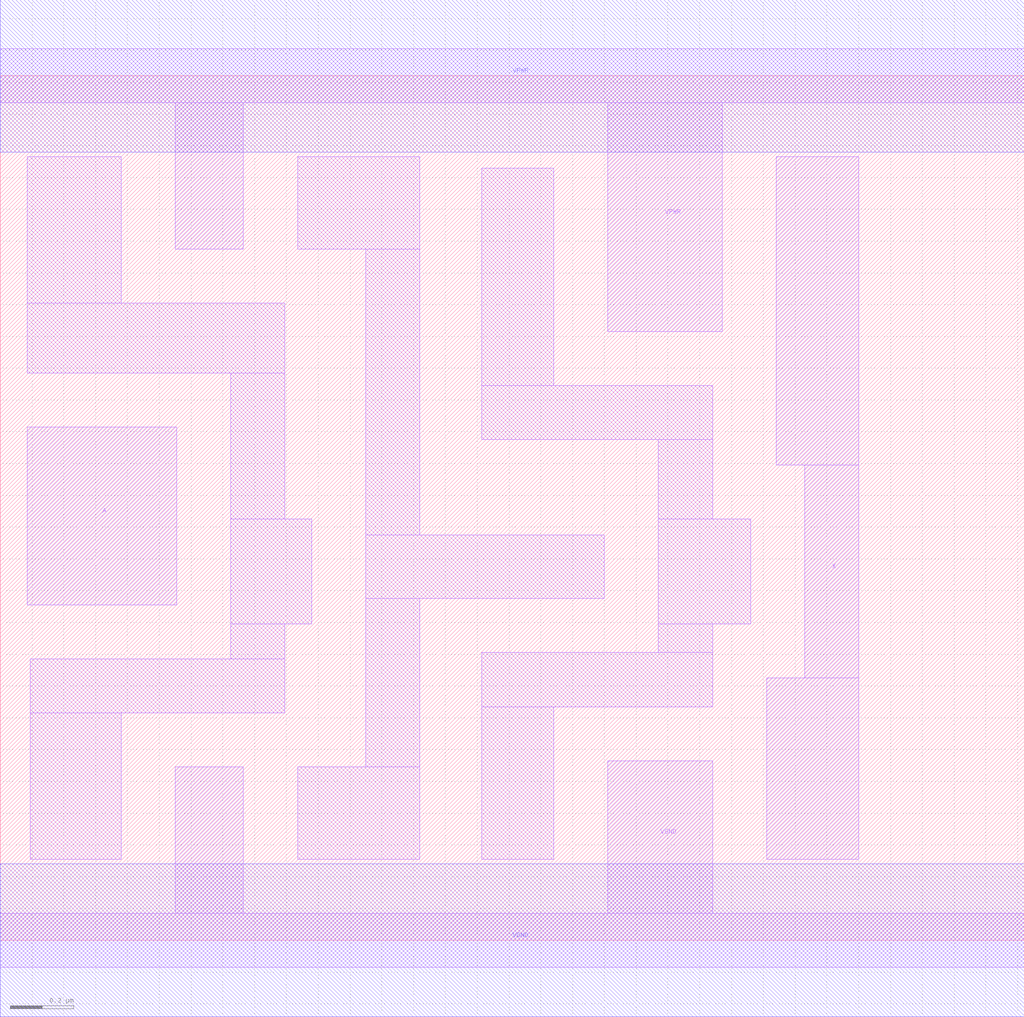
<source format=lef>
# Copyright 2020 The SkyWater PDK Authors
#
# Licensed under the Apache License, Version 2.0 (the "License");
# you may not use this file except in compliance with the License.
# You may obtain a copy of the License at
#
#     https://www.apache.org/licenses/LICENSE-2.0
#
# Unless required by applicable law or agreed to in writing, software
# distributed under the License is distributed on an "AS IS" BASIS,
# WITHOUT WARRANTIES OR CONDITIONS OF ANY KIND, either express or implied.
# See the License for the specific language governing permissions and
# limitations under the License.
#
# SPDX-License-Identifier: Apache-2.0

VERSION 5.5 ;
NAMESCASESENSITIVE ON ;
BUSBITCHARS "[]" ;
DIVIDERCHAR "/" ;
MACRO sky130_fd_sc_hd__dlygate4sd1_1
  CLASS CORE ;
  SOURCE USER ;
  ORIGIN  0.000000  0.000000 ;
  SIZE  3.220000 BY  2.720000 ;
  SYMMETRY X Y R90 ;
  SITE unithd ;
  PIN A
    ANTENNAGATEAREA  0.126000 ;
    DIRECTION INPUT ;
    USE SIGNAL ;
    PORT
      LAYER li1 ;
        RECT 0.085000 1.055000 0.555000 1.615000 ;
    END
  END A
  PIN X
    ANTENNADIFFAREA  0.429000 ;
    DIRECTION OUTPUT ;
    USE SIGNAL ;
    PORT
      LAYER li1 ;
        RECT 2.410000 0.255000 2.700000 0.825000 ;
        RECT 2.440000 1.495000 2.700000 2.465000 ;
        RECT 2.530000 0.825000 2.700000 1.495000 ;
    END
  END X
  PIN VGND
    DIRECTION INOUT ;
    SHAPE ABUTMENT ;
    USE GROUND ;
    PORT
      LAYER li1 ;
        RECT 0.000000 -0.085000 3.220000 0.085000 ;
        RECT 0.550000  0.085000 0.765000 0.545000 ;
        RECT 1.910000  0.085000 2.240000 0.565000 ;
    END
    PORT
      LAYER met1 ;
        RECT 0.000000 -0.240000 3.220000 0.240000 ;
    END
  END VGND
  PIN VPWR
    DIRECTION INOUT ;
    SHAPE ABUTMENT ;
    USE POWER ;
    PORT
      LAYER li1 ;
        RECT 0.000000 2.635000 3.220000 2.805000 ;
        RECT 0.550000 2.175000 0.765000 2.635000 ;
        RECT 1.910000 1.915000 2.270000 2.635000 ;
    END
    PORT
      LAYER met1 ;
        RECT 0.000000 2.480000 3.220000 2.960000 ;
    END
  END VPWR
  OBS
    LAYER li1 ;
      RECT 0.085000 1.785000 0.895000 2.005000 ;
      RECT 0.085000 2.005000 0.380000 2.465000 ;
      RECT 0.095000 0.255000 0.380000 0.715000 ;
      RECT 0.095000 0.715000 0.895000 0.885000 ;
      RECT 0.725000 0.885000 0.895000 0.995000 ;
      RECT 0.725000 0.995000 0.980000 1.325000 ;
      RECT 0.725000 1.325000 0.895000 1.785000 ;
      RECT 0.935000 0.255000 1.320000 0.545000 ;
      RECT 0.935000 2.175000 1.320000 2.465000 ;
      RECT 1.150000 0.545000 1.320000 1.075000 ;
      RECT 1.150000 1.075000 1.900000 1.275000 ;
      RECT 1.150000 1.275000 1.320000 2.175000 ;
      RECT 1.515000 0.255000 1.740000 0.735000 ;
      RECT 1.515000 0.735000 2.240000 0.905000 ;
      RECT 1.515000 1.575000 2.240000 1.745000 ;
      RECT 1.515000 1.745000 1.740000 2.430000 ;
      RECT 2.070000 0.905000 2.240000 0.995000 ;
      RECT 2.070000 0.995000 2.360000 1.325000 ;
      RECT 2.070000 1.325000 2.240000 1.575000 ;
  END
END sky130_fd_sc_hd__dlygate4sd1_1

</source>
